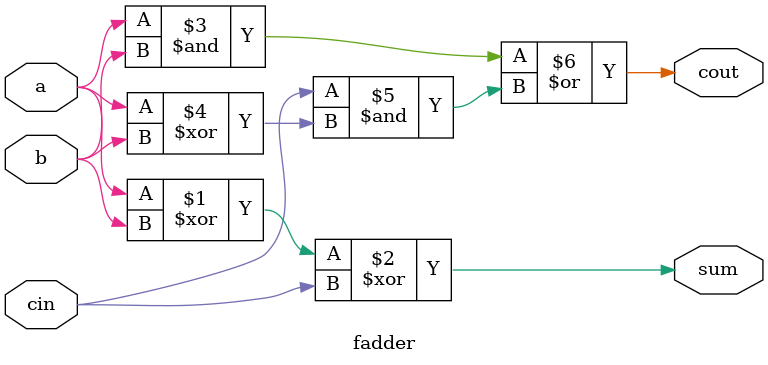
<source format=v>
module fadder (
    input a, b, cin,
    output cout, sum
);
    assign sum = a ^ b ^ cin; //simplification of k-map output: (!cin & (a ^ b)) + (cin & !(a ^ b))
    assign cout = (a & b) | (cin & (a ^ b));    //simplification of k-map output: (a & b) + (cin & b) + (cin & a)
endmodule
</source>
